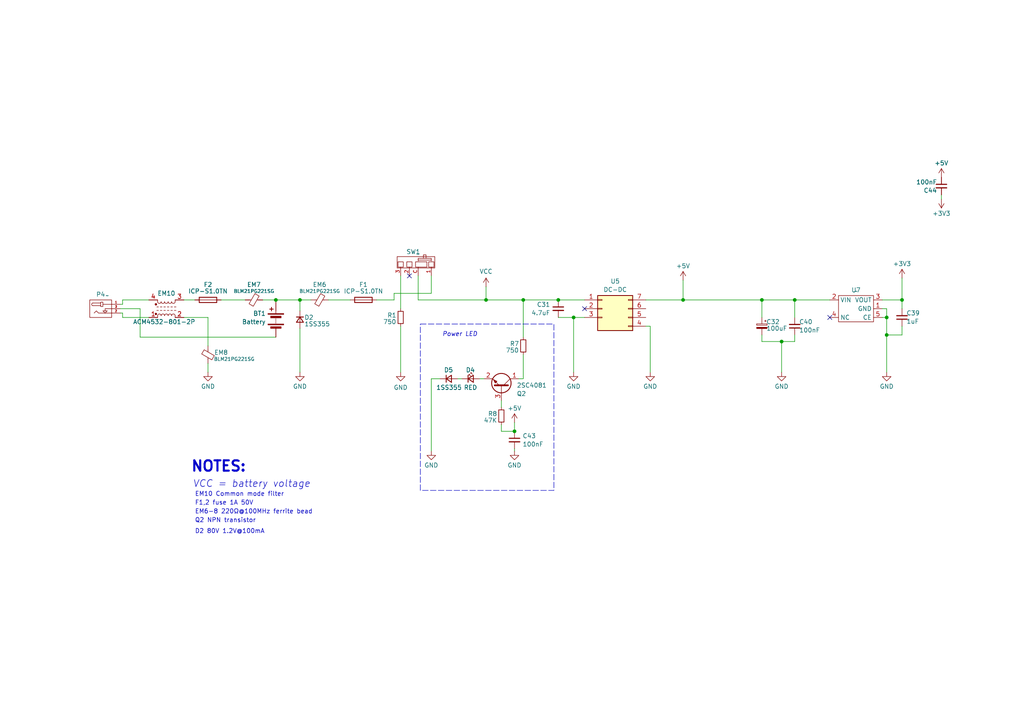
<source format=kicad_sch>
(kicad_sch (version 20231120) (generator "eeschema") (generator_version "8.0")
  (paper "A4")
  (title_block (title "CGB Reverse Engineer") (company "NatalieTheNerd.com"))
  (lib_symbols
    (symbol "CGB:DC_Jack"
      (property "Reference" "P" (at 0 1.27 0))
      (symbol "DC_Jack_0_1"
        (rectangle (start -5.08 -1.27) (end 1.27 -6.35))
        (arc (start -4.191 -2.159) (mid -4.5358 -2.54) (end -4.191 -2.921))
        (polyline (pts (xy -1.905 -2.921) (xy -4.191 -2.921)))
        (polyline (pts (xy -1.905 -2.159) (xy -4.191 -2.159)))
        (polyline (pts (xy 1.27 -2.54) (xy -1.27 -2.54)))
        (polyline (pts (xy 1.27 -3.81) (xy -0.635 -3.81) (xy -0.635 -4.445)))
        (polyline (pts (xy 1.27 -5.08) (xy -2.54 -5.08) (xy -3.175 -4.445) (xy -3.81 -5.08)))
        (polyline (pts (xy -1.27 -1.905) (xy -1.27 -3.175) (xy -1.905 -3.175) (xy -1.905 -1.905) (xy -1.27 -1.905)))
        (polyline (pts (xy -0.635 -4.445) (xy -1.27 -4.445) (xy -0.635 -5.08) (xy 0 -4.445) (xy -0.635 -4.445)))
      )
      (symbol "DC_Jack_1_1"
        (pin input line (at 3.81 -2.54 180) (length 2.54) (name "") (number "1"))
        (pin input line (at 3.81 -5.08 180) (length 2.54) (name "") (number "2"))
        (pin input line (at 3.81 -3.81 180) (length 2.54) (name "") (number "3"))
      )
    )
    (symbol "CGB:Power_SW"
      (property "Reference" "SW" (at 0 1.27 0))
      (symbol "Power_SW_0_1"
        (rectangle (start -4.826 -0.762) (end 6.096 -4.064))
        (rectangle (start -4.572 -2.286) (end -3.048 -3.81))
        (rectangle (start -2.54 -2.286) (end 0.762 -3.81))
        (polyline (pts (xy -3.81 -1.778) (xy 0 -1.778)))
        (polyline (pts (xy -1.524 -1.27) (xy -1.524 -0.254) (xy -2.286 -0.254) (xy -2.286 -1.27)))
        (polyline (pts (xy 0 -2.032) (xy 0 -1.27) (xy -3.81 -1.27) (xy -3.81 -2.032)))
        (rectangle (start 1.778 -2.286) (end 3.302 -3.81))
        (rectangle (start 4.318 -2.286) (end 5.842 -3.81))
      )
      (symbol "Power_SW_1_1"
        (pin input line (at -3.81 -6.35 90) (length 2.54) (name "") (number "1"))
        (pin input line (at 2.54 -6.35 90) (length 2.54) (name "") (number "2"))
        (pin input line (at 5.08 -6.35 90) (length 2.54) (name "") (number "3"))
        (pin input line (at 0 -6.35 90) (length 2.54) (name "") (number "C"))
      )
    )
    (symbol "CGB:RN5RT33A"
      (property "Reference" "U" (at 0 1.27 0))
      (symbol "RN5RT33A_0_1"
        (rectangle (start -5.08 -1.27) (end 5.08 -8.89))
      )
      (symbol "RN5RT33A_1_1"
        (pin input line (at 7.62 -5.08 180) (length 2.54) (name "GND") (number "1"))
        (pin input line (at -7.62 -2.54 0) (length 2.54) (name "VIN") (number "2"))
        (pin input line (at 7.62 -2.54 180) (length 2.54) (name "VOUT") (number "3"))
        (pin input line (at -7.62 -7.62 0) (length 2.54) (name "NC") (number "4"))
        (pin input line (at 7.62 -7.62 180) (length 2.54) (name "CE") (number "5"))
      )
    )
    (symbol "Connector_Generic:Conn_2Rows-07Pins" (pin_names (offset 1.016) hide)
      (property "Reference" "U5" (at 0 7.9543 0))
      (property "Value" "DC-DC" (at 0 5.5301 0))
      (symbol "Conn_2Rows-07Pins_1_1"
        (rectangle (start -5.08 -2.413) (end -3.81 -2.667) (stroke (width 0.1524)))
        (rectangle (start -5.08 0.127) (end -3.81 -0.127) (stroke (width 0.1524)))
        (rectangle (start -5.08 2.667) (end -3.81 2.413) (stroke (width 0.1524)))
        (rectangle (start -5.08 3.81) (end 5.08 -6.35) (stroke (width 0.254)) (fill (type background)))
        (rectangle (start 3.81 -2.413) (end 5.08 -2.667) (stroke (width 0.1524)))
        (rectangle (start 5.08 -5.207) (end 3.81 -4.953) (stroke (width 0.1524)))
        (rectangle (start 5.08 0.127) (end 3.81 -0.127) (stroke (width 0.1524)))
        (rectangle (start 5.08 2.667) (end 3.81 2.413) (stroke (width 0.1524)))
        (pin passive line (at -8.89 2.54 0) (length 3.81) (name "Pin_1") (number "1"))
        (pin passive line (at -8.89 0 0) (length 3.81) (name "Pin_2") (number "2"))
        (pin passive line (at -8.89 -2.54 0) (length 3.81) (name "Pin_3") (number "3"))
        (pin passive line (at 8.89 -5.08 180) (length 3.81) (name "Pin_4") (number "4"))
        (pin passive line (at 8.89 -2.54 180) (length 3.81) (name "Pin_5") (number "5"))
        (pin passive line (at 8.89 0 180) (length 3.81) (name "Pin_6") (number "6"))
        (pin passive line (at 8.89 2.54 180) (length 3.81) (name "Pin_7") (number "7"))
      )
    )
    (symbol "Device:Battery" (pin_numbers hide) (pin_names (offset 0) hide)
      (property "Reference" "BT" (at 2.54 2.54 0))
      (property "Value" "Battery" (at 2.54 0 0))
      (symbol "Battery_0_1"
        (rectangle (start -2.286 -1.27) (end 2.286 -1.524) (fill (type outline)))
        (rectangle (start -2.286 1.778) (end 2.286 1.524) (fill (type outline)))
        (rectangle (start -1.524 -2.032) (end 1.524 -2.54) (fill (type outline)))
        (rectangle (start -1.524 1.016) (end 1.524 0.508) (fill (type outline)))
        (polyline (pts (xy 0 -1.016) (xy 0 -0.762)))
        (polyline (pts (xy 0 -0.508) (xy 0 -0.254)))
        (polyline (pts (xy 0 0) (xy 0 0.254)))
        (polyline (pts (xy 0 1.778) (xy 0 2.54)))
        (polyline (pts (xy 0.762 3.048) (xy 1.778 3.048)) (stroke (width 0.254)))
        (polyline (pts (xy 1.27 3.556) (xy 1.27 2.54)) (stroke (width 0.254)))
      )
      (symbol "Battery_1_1"
        (pin passive line (at 0 5.08 270) (length 2.54) (name "+") (number "1"))
        (pin passive line (at 0 -5.08 90) (length 2.54) (name "-") (number "2"))
      )
    )
    (symbol "Device:C_Polarized_Small" (pin_numbers hide) (pin_names (offset 0.254) hide)
      (property "Reference" "C" (at 0.254 1.778 0))
      (property "Value" "C_Polarized_Small" (at 0.254 -2.032 0))
      (symbol "C_Polarized_Small_0_1"
        (rectangle (start -1.524 -0.3048) (end 1.524 -0.6858) (fill (type outline)))
        (rectangle (start -1.524 0.6858) (end 1.524 0.3048))
        (polyline (pts (xy -1.27 1.524) (xy -0.762 1.524)))
        (polyline (pts (xy -1.016 1.27) (xy -1.016 1.778)))
      )
      (symbol "C_Polarized_Small_1_1"
        (pin passive line (at 0 2.54 270) (length 1.8542) (name "~") (number "1"))
        (pin passive line (at 0 -2.54 90) (length 1.8542) (name "~") (number "2"))
      )
    )
    (symbol "Device:C_Small" (pin_numbers hide) (pin_names (offset 0.254) hide)
      (property "Reference" "C" (at 0.254 1.778 0))
      (property "Value" "C_Small" (at 0.254 -2.032 0))
      (symbol "C_Small_0_1"
        (polyline (pts (xy -1.524 -0.508) (xy 1.524 -0.508)) (stroke (width 0.3302)))
        (polyline (pts (xy -1.524 0.508) (xy 1.524 0.508)) (stroke (width 0.3048)))
      )
      (symbol "C_Small_1_1"
        (pin passive line (at 0 2.54 270) (length 2.032) (name "~") (number "1"))
        (pin passive line (at 0 -2.54 90) (length 2.032) (name "~") (number "2"))
      )
    )
    (symbol "Device:D_Small" (pin_numbers hide) (pin_names (offset 0.254) hide)
      (property "Reference" "D" (at -1.27 2.032 0))
      (property "Value" "D_Small" (at -3.81 -2.032 0))
      (symbol "D_Small_0_1"
        (polyline (pts (xy -0.762 -1.016) (xy -0.762 1.016)) (stroke (width 0.254)))
        (polyline (pts (xy -0.762 0) (xy 0.762 0)))
        (polyline (pts (xy 0.762 -1.016) (xy -0.762 0) (xy 0.762 1.016) (xy 0.762 -1.016)) (stroke (width 0.254)))
      )
      (symbol "D_Small_1_1"
        (pin passive line (at -2.54 0 0) (length 1.778) (name "K") (number "1"))
        (pin passive line (at 2.54 0 180) (length 1.778) (name "A") (number "2"))
      )
    )
    (symbol "Device:FerriteBead_Small" (pin_numbers hide) (pin_names (offset 0))
      (property "Reference" "FB" (at 1.905 1.27 0))
      (property "Value" "FerriteBead_Small" (at 1.905 -1.27 0))
      (symbol "FerriteBead_Small_0_1"
        (polyline (pts (xy 0 -1.27) (xy 0 -0.7874)))
        (polyline (pts (xy 0 0.889) (xy 0 1.2954)))
        (polyline (pts (xy -1.8288 0.2794) (xy -1.1176 1.4986) (xy 1.8288 -0.2032) (xy 1.1176 -1.4224) (xy -1.8288 0.2794)))
      )
      (symbol "FerriteBead_Small_1_1"
        (pin passive line (at 0 2.54 270) (length 1.27) (name "~") (number "1"))
        (pin passive line (at 0 -2.54 90) (length 1.27) (name "~") (number "2"))
      )
    )
    (symbol "Device:Fuse" (pin_numbers hide) (pin_names (offset 0))
      (property "Reference" "F" (at 2.032 0 90))
      (property "Value" "Fuse" (at -1.905 0 90))
      (symbol "Fuse_0_1"
        (rectangle (start -0.762 -2.54) (end 0.762 2.54) (stroke (width 0.254)))
        (polyline (pts (xy 0 2.54) (xy 0 -2.54)))
      )
      (symbol "Fuse_1_1"
        (pin passive line (at 0 3.81 270) (length 1.27) (name "~") (number "1"))
        (pin passive line (at 0 -3.81 90) (length 1.27) (name "~") (number "2"))
      )
    )
    (symbol "Device:LED_Small" (pin_numbers hide) (pin_names (offset 0.254) hide)
      (property "Reference" "D" (at -1.27 3.175 0))
      (property "Value" "LED_Small" (at -4.445 -2.54 0))
      (symbol "LED_Small_0_1"
        (polyline (pts (xy -0.762 -1.016) (xy -0.762 1.016)) (stroke (width 0.254)))
        (polyline (pts (xy 1.016 0) (xy -0.762 0)))
        (polyline (pts (xy 0.762 -1.016) (xy -0.762 0) (xy 0.762 1.016) (xy 0.762 -1.016)) (stroke (width 0.254)))
        (polyline (pts (xy 0 0.762) (xy -0.508 1.27) (xy -0.254 1.27) (xy -0.508 1.27) (xy -0.508 1.016)))
        (polyline (pts (xy 0.508 1.27) (xy 0 1.778) (xy 0.254 1.778) (xy 0 1.778) (xy 0 1.524)))
      )
      (symbol "LED_Small_1_1"
        (pin passive line (at -2.54 0 0) (length 1.778) (name "K") (number "1"))
        (pin passive line (at 2.54 0 180) (length 1.778) (name "A") (number "2"))
      )
    )
    (symbol "Device:L_Ferrite_Coupled_1243" (pin_names (offset 0.254) hide)
      (property "Reference" "L" (at 0 4.445 0))
      (property "Value" "L_Ferrite_Coupled_1243" (at 0 -4.445 0))
      (symbol "L_Ferrite_Coupled_1243_0_1"
        (circle (center -3.048 -1.27) (radius 0.254) (fill (type outline)))
        (circle (center -3.048 1.524) (radius 0.254) (fill (type outline)))
        (arc (start -2.54 2.032) (mid -2.032 1.5262) (end -1.524 2.032))
        (arc (start -1.524 -2.032) (mid -2.032 -1.5262) (end -2.54 -2.032))
        (arc (start -1.524 2.032) (mid -1.016 1.5262) (end -0.508 2.032))
        (arc (start -0.508 -2.032) (mid -1.016 -1.5262) (end -1.524 -2.032))
        (arc (start -0.508 2.032) (mid 0 1.5262) (end 0.508 2.032))
        (polyline (pts (xy -2.794 -0.508) (xy -2.286 -0.508)))
        (polyline (pts (xy -2.794 0.508) (xy -2.286 0.508)))
        (polyline (pts (xy -2.54 -2.032) (xy -2.54 -2.54)))
        (polyline (pts (xy -2.54 2.032) (xy -2.54 2.54)))
        (polyline (pts (xy -1.778 -0.508) (xy -1.27 -0.508)))
        (polyline (pts (xy -1.778 0.508) (xy -1.27 0.508)))
        (polyline (pts (xy -0.762 -0.508) (xy -0.254 -0.508)))
        (polyline (pts (xy -0.762 0.508) (xy -0.254 0.508)))
        (polyline (pts (xy 0.254 -0.508) (xy 0.762 -0.508)))
        (polyline (pts (xy 0.254 0.508) (xy 0.762 0.508)))
        (polyline (pts (xy 1.27 -0.508) (xy 1.778 -0.508)))
        (polyline (pts (xy 1.27 0.508) (xy 1.778 0.508)))
        (polyline (pts (xy 2.286 -0.508) (xy 2.794 -0.508)))
        (polyline (pts (xy 2.286 0.508) (xy 2.794 0.508)))
        (polyline (pts (xy 2.54 -2.032) (xy 2.54 -2.54)))
        (polyline (pts (xy 2.54 2.54) (xy 2.54 2.032)))
        (arc (start 0.508 -2.032) (mid 0 -1.5262) (end -0.508 -2.032))
        (arc (start 0.508 2.032) (mid 1.016 1.5262) (end 1.524 2.032))
        (arc (start 1.524 -2.032) (mid 1.016 -1.5262) (end 0.508 -2.032))
        (arc (start 1.524 2.032) (mid 2.032 1.5262) (end 2.54 2.032))
        (arc (start 2.54 -2.032) (mid 2.032 -1.5262) (end 1.524 -2.032))
      )
      (symbol "L_Ferrite_Coupled_1243_1_1"
        (pin passive line (at -5.08 2.54 0) (length 2.54) (name "1") (number "1"))
        (pin passive line (at 5.08 2.54 180) (length 2.54) (name "2") (number "2"))
        (pin passive line (at 5.08 -2.54 180) (length 2.54) (name "3") (number "3"))
        (pin passive line (at -5.08 -2.54 0) (length 2.54) (name "4") (number "4"))
      )
    )
    (symbol "Device:R_Small" (pin_numbers hide) (pin_names (offset 0.254) hide)
      (property "Reference" "R" (at 0.762 0.508 0))
      (property "Value" "R_Small" (at 0.762 -1.016 0))
      (symbol "R_Small_0_1"
        (rectangle (start -0.762 1.778) (end 0.762 -1.778) (stroke (width 0.2032)))
      )
      (symbol "R_Small_1_1"
        (pin passive line (at 0 2.54 270) (length 0.762) (name "~") (number "1"))
        (pin passive line (at 0 -2.54 90) (length 0.762) (name "~") (number "2"))
      )
    )
    (symbol "Transistor_BJT:2N2219" (pin_names (offset 0) hide)
      (property "Reference" "Q2" (at 11.43 -1.27 0))
      (property "Value" "2SC4081" (at 11.43 1.1542 0))
      (symbol "2N2219_0_1"
        (polyline (pts (xy 1.27 -2.54) (xy 1.27 -0.6285)))
        (polyline (pts (xy 1.905 -0.635) (xy 3.81 1.27)))
        (polyline (pts (xy 0.635 -0.635) (xy -1.27 1.27) (xy -1.27 1.27)))
        (polyline (pts (xy 3.175 -0.635) (xy -0.635 -0.635) (xy -0.635 -0.635)) (stroke (width 0.508)))
        (polyline (pts (xy -0.508 0) (xy 0 0.508) (xy -1.016 1.016) (xy -0.508 0) (xy -0.508 0)) (fill (type outline)))
        (circle (center 1.27 0) (radius 2.8194) (stroke (width 0.254)))
      )
      (symbol "2N2219_1_1"
        (pin passive line (at 6.35 1.27 180) (length 2.54) (name "E") (number "1"))
        (pin passive line (at -3.81 1.27 0) (length 2.54) (name "B") (number "2"))
        (pin passive line (at 1.27 -5.08 90) (length 2.54) (name "C") (number "3"))
      )
    )
    (symbol "power:+3V3" (power) (pin_names (offset 0))
      (property "Value" "+3V3" (at 0 3.556 0))
      (symbol "+3V3_0_1"
        (polyline (pts (xy -0.762 1.27) (xy 0 2.54)))
        (polyline (pts (xy 0 0) (xy 0 2.54)))
        (polyline (pts (xy 0 2.54) (xy 0.762 1.27)))
      )
      (symbol "+3V3_1_1"
        (pin power_in line (at 0 0 90) (length 0) hide (name "+3V3") (number "1"))
      )
    )
    (symbol "power:+5V" (power) (pin_names (offset 0))
      (property "Value" "+5V" (at 0 3.556 0))
      (symbol "+5V_0_1"
        (polyline (pts (xy -0.762 1.27) (xy 0 2.54)))
        (polyline (pts (xy 0 0) (xy 0 2.54)))
        (polyline (pts (xy 0 2.54) (xy 0.762 1.27)))
      )
      (symbol "+5V_1_1"
        (pin power_in line (at 0 0 90) (length 0) hide (name "+5V") (number "1"))
      )
    )
    (symbol "power:GND" (power) (pin_names (offset 0))
      (property "Value" "GND" (at 0 -3.81 0))
      (symbol "GND_0_1"
        (polyline (pts (xy 0 0) (xy 0 -1.27) (xy 1.27 -1.27) (xy 0 -2.54) (xy -1.27 -1.27) (xy 0 -1.27)))
      )
      (symbol "GND_1_1"
        (pin power_in line (at 0 0 270) (length 0) hide (name "GND") (number "1"))
      )
    )
    (symbol "power:VCC" (power) (pin_names (offset 0))
      (property "Value" "VCC" (at 0 3.81 0))
      (symbol "VCC_0_1"
        (polyline (pts (xy -0.762 1.27) (xy 0 2.54)))
        (polyline (pts (xy 0 0) (xy 0 2.54)))
        (polyline (pts (xy 0 2.54) (xy 0.762 1.27)))
      )
      (symbol "VCC_1_1"
        (pin power_in line (at 0 0 90) (length 0) hide (name "VCC") (number "1"))
      )
    )
  )
  (junction (at 140.97 86.995))
  (junction (at 226.695 99.06))
  (junction (at 230.505 86.995))
  (junction (at 86.995 86.995))
  (junction (at 149.225 125.095))
  (junction (at 161.925 86.995))
  (junction (at 198.12 86.995))
  (junction (at 151.765 86.995))
  (junction (at 257.175 97.155))
  (junction (at 80.01 86.995))
  (junction (at 166.37 92.075))
  (junction (at 220.98 86.995))
  (junction (at 257.175 92.075))
  (junction (at 261.62 86.995))
  (no_connect (at 240.665 92.075))
  (no_connect (at 169.545 89.535))
  (no_connect (at 118.745 80.01))
  (wire (pts (xy 188.595 94.615) (xy 188.595 107.95)))
  (wire (pts (xy 121.285 80.01) (xy 121.285 86.995)))
  (wire (pts (xy 220.98 97.155) (xy 220.98 99.06)))
  (wire (pts (xy 64.135 86.995) (xy 71.12 86.995)))
  (wire (pts (xy 121.285 86.995) (xy 140.97 86.995)))
  (wire (pts (xy 35.56 86.995) (xy 43.18 86.995)))
  (wire (pts (xy 151.765 86.995) (xy 151.765 97.79)))
  (wire (pts (xy 230.505 86.995) (xy 240.665 86.995)))
  (wire (pts (xy 114.3 86.995) (xy 109.22 86.995)))
  (wire (pts (xy 80.01 86.995) (xy 86.995 86.995)))
  (wire (pts (xy 125.095 80.01) (xy 125.095 85.09)))
  (wire (pts (xy 125.095 109.855) (xy 127.635 109.855)))
  (wire (pts (xy 125.095 130.81) (xy 125.095 109.855)))
  (wire (pts (xy 220.98 86.995) (xy 220.98 92.075)))
  (wire (pts (xy 220.98 86.995) (xy 230.505 86.995)))
  (wire (pts (xy 60.325 105.41) (xy 60.325 107.95)))
  (wire (pts (xy 149.225 125.095) (xy 145.415 125.095)))
  (wire (pts (xy 76.2 86.995) (xy 80.01 86.995)))
  (wire (pts (xy 151.765 86.995) (xy 161.925 86.995)))
  (wire (pts (xy 257.175 107.95) (xy 257.175 97.155)))
  (wire (pts (xy 151.765 109.855) (xy 150.495 109.855)))
  (wire (pts (xy 116.205 107.95) (xy 116.205 94.615)))
  (wire (pts (xy 161.925 86.995) (xy 169.545 86.995)))
  (wire (pts (xy 114.3 85.09) (xy 114.3 86.995)))
  (wire (pts (xy 166.37 92.075) (xy 166.37 107.95)))
  (wire (pts (xy 261.62 97.155) (xy 257.175 97.155)))
  (wire (pts (xy 257.175 89.535) (xy 255.905 89.535)))
  (wire (pts (xy 35.56 92.075) (xy 35.56 90.805)))
  (wire (pts (xy 35.56 90.805) (xy 34.925 90.805)))
  (wire (pts (xy 86.995 86.995) (xy 90.17 86.995)))
  (wire (pts (xy 230.505 99.06) (xy 230.505 97.155)))
  (wire (pts (xy 226.695 107.95) (xy 226.695 99.06)))
  (wire (pts (xy 145.415 116.205) (xy 145.415 118.11)))
  (wire (pts (xy 261.62 94.615) (xy 261.62 97.155)))
  (wire (pts (xy 140.97 86.995) (xy 151.765 86.995)))
  (wire (pts (xy 226.695 99.06) (xy 230.505 99.06)))
  (wire (pts (xy 161.925 92.075) (xy 166.37 92.075)))
  (wire (pts (xy 198.12 81.28) (xy 198.12 86.995)))
  (wire (pts (xy 188.595 94.615) (xy 187.325 94.615)))
  (wire (pts (xy 261.62 86.995) (xy 261.62 89.535)))
  (wire (pts (xy 35.56 88.265) (xy 35.56 86.995)))
  (wire (pts (xy 40.64 97.79) (xy 80.01 97.79)))
  (wire (pts (xy 149.225 130.81) (xy 149.225 130.175)))
  (wire (pts (xy 187.325 86.995) (xy 198.12 86.995)))
  (wire (pts (xy 34.925 88.265) (xy 35.56 88.265)))
  (wire (pts (xy 145.415 125.095) (xy 145.415 123.19)))
  (wire (pts (xy 116.205 89.535) (xy 116.205 80.01)))
  (wire (pts (xy 60.325 92.075) (xy 53.34 92.075)))
  (wire (pts (xy 56.515 86.995) (xy 53.34 86.995)))
  (wire (pts (xy 132.715 109.855) (xy 133.985 109.855)))
  (wire (pts (xy 140.97 83.185) (xy 140.97 86.995)))
  (wire (pts (xy 40.64 89.535) (xy 40.64 97.79)))
  (wire (pts (xy 149.225 122.555) (xy 149.225 125.095)))
  (wire (pts (xy 86.995 95.25) (xy 86.995 107.95)))
  (wire (pts (xy 34.925 89.535) (xy 40.64 89.535)))
  (wire (pts (xy 60.325 100.33) (xy 60.325 92.075)))
  (wire (pts (xy 166.37 92.075) (xy 169.545 92.075)))
  (wire (pts (xy 95.25 86.995) (xy 101.6 86.995)))
  (wire (pts (xy 151.765 102.87) (xy 151.765 109.855)))
  (wire (pts (xy 255.905 86.995) (xy 261.62 86.995)))
  (wire (pts (xy 86.995 90.17) (xy 86.995 86.995)))
  (wire (pts (xy 257.175 92.075) (xy 257.175 89.535)))
  (wire (pts (xy 114.3 85.09) (xy 125.095 85.09)))
  (wire (pts (xy 230.505 92.075) (xy 230.505 86.995)))
  (wire (pts (xy 261.62 80.645) (xy 261.62 86.995)))
  (wire (pts (xy 80.01 86.995) (xy 80.01 87.63)))
  (wire (pts (xy 43.18 92.075) (xy 35.56 92.075)))
  (wire (pts (xy 257.175 97.155) (xy 257.175 92.075)))
  (wire (pts (xy 198.12 86.995) (xy 220.98 86.995)))
  (wire (pts (xy 139.065 109.855) (xy 140.335 109.855)))
  (wire (pts (xy 220.98 99.06) (xy 226.695 99.06)))
  (wire (pts (xy 273.05 57.785) (xy 273.05 56.515)))
  (wire (pts (xy 255.905 92.075) (xy 257.175 92.075)))
  (rectangle (start 121.92 93.98) (end 160.655 142.24) (stroke (width 0) (type dash)))
  (text "NOTES:" (at 55.245 137.16 0) (effects (font (size 3 3) (thickness 0.6) (bold yes)) (justify left bottom)))
  (text "D2 80V 1.2V@100mA" (at 56.515 154.94 0) (effects (font (size 1.27 1.27)) (justify left bottom)))
  (text "EM6-8 220Ω@100MHz ferrite bead" (at 56.515 149.225 0) (effects (font (size 1.27 1.27)) (justify left bottom)))
  (text "EM10 Common mode filter " (at 56.515 144.145 0) (effects (font (size 1.27 1.27)) (justify left bottom)))
  (text "F1,2 fuse 1A 50V " (at 56.515 146.685 0) (effects (font (size 1.27 1.27)) (justify left bottom)))
  (text "Power LED\n" (at 128.27 97.79 0) (effects (font (size 1.27 1.27) (italic yes)) (justify left bottom)))
  (text "Q2 NPN transistor" (at 56.515 151.765 0) (effects (font (size 1.27 1.27)) (justify left bottom)))
  (text "VCC = battery voltage" (at 55.88 141.605 0) (effects (font (size 2 2) (italic yes)) (justify left bottom)))
  (symbol (lib_id "Device:D_Small") (at 130.175 109.855 0) (unit 1)
    (property "Reference" "D5" (at 131.445 107.315 0) (effects (justify right)))
    (property "Value" "1SS355" (at 133.985 112.395 0) (effects (justify right)))
    (property "Footprint" "Diode_SMD:D_SOD-323_HandSoldering" (effects (hide yes)))
    (property "Sim.Device" "D" (effects (hide yes)))
    (property "Sim.Pins" "1=K 2=A" (effects (hide yes)))
  )
  (symbol (lib_id "power:+3V3") (at 273.05 57.785 180) (unit 1)
    (property "Reference" "#PWR065" (effects (hide yes)))
    (property "Value" "+3V3" (at 273.05 61.9181 0))
  )
  (symbol (lib_id "Device:D_Small") (at 86.995 92.71 270) (unit 1)
    (property "Reference" "D2" (at 88.265 92.075 90) (effects (justify left)))
    (property "Value" "1SS355" (at 88.265 93.98 90) (effects (justify left)))
    (property "Footprint" "Diode_SMD:D_SOD-323_HandSoldering" (effects (hide yes)))
    (property "Sim.Device" "D" (effects (hide yes)))
    (property "Sim.Pins" "1=K 2=A" (effects (hide yes)))
  )
  (symbol (lib_id "CGB:Power_SW") (at 121.285 73.66 0) (mirror y) (unit 1)
    (property "Reference" "SW1" (at 121.92 73.025 0) (effects (justify left)))
    (property "Value" "~" (at 121.285 73.66 0))
    (property "Footprint" "CGB:Switch CGB" (effects (hide yes)))
  )
  (symbol (lib_id "power:GND") (at 125.095 130.81 0) (unit 1)
    (property "Reference" "#PWR045" (effects (hide yes)))
    (property "Value" "GND" (at 125.095 134.9431 0))
  )
  (symbol (lib_id "CGB:DC_Jack") (at 31.115 85.725 0) (unit 1)
    (property "Reference" "P4" (at 29.21 85.4019 0))
    (property "Value" "~" (at 31.115 85.725 0))
    (property "Footprint" "POCO:DCJACK" (effects (hide yes)))
  )
  (symbol (lib_id "Device:C_Polarized_Small") (at 220.98 94.615 0) (mirror y) (unit 1)
    (property "Reference" "C32" (at 222.25 93.345 0) (effects (justify right)))
    (property "Value" "100uF" (at 222.25 95.25 0) (effects (justify right)))
    (property "Footprint" "Capacitor_SMD:CP_Elec_6.3x5.4" (effects (hide yes)))
  )
  (symbol (lib_id "Device:Battery") (at 80.01 92.71 0) (mirror y) (unit 1)
    (property "Reference" "BT1" (at 77.089 90.9264 0) (effects (justify left)))
    (property "Value" "Battery" (at 77.089 93.3506 0) (effects (justify left)))
    (property "Footprint" "CGB:Battery CGB" (effects (hide yes)))
  )
  (symbol (lib_id "Device:FerriteBead_Small") (at 60.325 102.87 180) (unit 1)
    (property "Reference" "EM8" (at 64.135 102.235 0))
    (property "Value" "BLM21PG221SG" (at 67.945 104.14 0) (effects (font (size 1 1))))
    (property "Footprint" "Resistor_SMD:R_0805_2012Metric" (effects (hide yes)))
  )
  (symbol (lib_id "power:GND") (at 166.37 107.95 0) (unit 1)
    (property "Reference" "#PWR049" (effects (hide yes)))
    (property "Value" "GND" (at 166.37 112.0831 0))
  )
  (symbol (lib_id "Connector_Generic:Conn_2Rows-07Pins") (at 178.435 89.535 0) (unit 1)
    (property "Reference" "U5" (at 178.435 81.5807 0))
    (property "Value" "DC-DC" (at 178.435 84.0049 0))
    (property "Footprint" "POCO:DC" (effects (hide yes)))
  )
  (symbol (lib_id "Device:R_Small") (at 145.415 120.65 180) (unit 1)
    (property "Reference" "R8" (at 142.875 120.015 0))
    (property "Value" "47K" (at 142.24 121.92 0))
    (property "Footprint" "Resistor_SMD:R_0603_1608Metric" (effects (hide yes)))
  )
  (symbol (lib_id "Device:Fuse") (at 60.325 86.995 90) (unit 1)
    (property "Reference" "F2" (at 60.325 82.55 90))
    (property "Value" "ICP-S1.0TN" (at 60.325 84.455 90))
    (property "Footprint" "Fuse:Fuse_1206_3216Metric_Pad1.42x1.75mm_HandSolder" (effects (hide yes)))
  )
  (symbol (lib_id "power:+3V3") (at 261.62 80.645 0) (unit 1)
    (property "Reference" "#PWR043" (effects (hide yes)))
    (property "Value" "+3V3" (at 261.62 76.5119 0))
  )
  (symbol (lib_id "power:+5V") (at 149.225 122.555 0) (unit 1)
    (property "Reference" "#PWR046" (effects (hide yes)))
    (property "Value" "+5V" (at 149.225 118.4219 0))
  )
  (symbol (lib_id "Device:C_Small") (at 261.62 92.075 180) (unit 1)
    (property "Reference" "C39" (at 262.89 90.805 0) (effects (justify right)))
    (property "Value" "1uF" (at 262.89 93.2292 0) (effects (justify right)))
    (property "Footprint" "Capacitor_SMD:C_0603_1608Metric" (effects (hide yes)))
  )
  (symbol (lib_id "power:+5V") (at 273.05 51.435 0) (unit 1)
    (property "Reference" "#PWR066" (effects (hide yes)))
    (property "Value" "+5V" (at 273.05 47.3019 0))
  )
  (symbol (lib_id "Device:C_Small") (at 149.225 127.635 0) (unit 1)
    (property "Reference" "C43" (at 151.5491 126.4292 0) (effects (justify left)))
    (property "Value" "100nF" (at 151.5491 128.8534 0) (effects (justify left)))
    (property "Footprint" "Capacitor_SMD:C_0603_1608Metric" (effects (hide yes)))
  )
  (symbol (lib_id "Device:Fuse") (at 105.41 86.995 90) (unit 1)
    (property "Reference" "F1" (at 105.41 82.55 90))
    (property "Value" "ICP-S1.0TN" (at 105.41 84.455 90))
    (property "Footprint" "Fuse:Fuse_1206_3216Metric_Pad1.42x1.75mm_HandSolder" (effects (hide yes)))
  )
  (symbol (lib_id "Device:R_Small") (at 151.765 100.33 180) (unit 1)
    (property "Reference" "R7" (at 149.225 99.695 0))
    (property "Value" "750" (at 148.59 101.6 0))
    (property "Footprint" "Resistor_SMD:R_0603_1608Metric" (effects (hide yes)))
  )
  (symbol (lib_id "power:+5V") (at 198.12 81.28 0) (unit 1)
    (property "Reference" "#PWR052" (effects (hide yes)))
    (property "Value" "+5V" (at 198.12 77.1469 0))
  )
  (symbol (lib_id "power:GND") (at 86.995 107.95 0) (unit 1)
    (property "Reference" "#PWR057" (effects (hide yes)))
    (property "Value" "GND" (at 86.995 112.0831 0))
  )
  (symbol (lib_id "power:VCC") (at 140.97 83.185 0) (unit 1)
    (property "Reference" "#PWR044" (effects (hide yes)))
    (property "Value" "VCC" (at 140.97 78.74 0))
  )
  (symbol (lib_id "power:GND") (at 226.695 107.95 0) (unit 1)
    (property "Reference" "#PWR056" (effects (hide yes)))
    (property "Value" "GND" (at 226.695 112.0831 0))
  )
  (symbol (lib_id "power:GND") (at 116.205 107.95 0) (unit 1)
    (property "Reference" "#PWR051" (effects (hide yes)))
    (property "Value" "GND" (at 116.205 112.395 0))
  )
  (symbol (lib_id "Device:FerriteBead_Small") (at 92.71 86.995 270) (unit 1)
    (property "Reference" "EM6" (at 92.71 82.55 90))
    (property "Value" "BLM21PG221SG" (at 92.71 84.455 90) (effects (font (size 1 1))))
    (property "Footprint" "Resistor_SMD:R_0805_2012Metric" (effects (hide yes)))
  )
  (symbol (lib_id "Device:R_Small") (at 116.205 92.075 180) (unit 1)
    (property "Reference" "R1" (at 113.665 91.44 0))
    (property "Value" "750" (at 113.03 93.345 0))
    (property "Footprint" "Resistor_SMD:R_0603_1608Metric" (effects (hide yes)))
  )
  (symbol (lib_id "Device:L_Ferrite_Coupled_1243") (at 48.26 89.535 0) (mirror x) (unit 1)
    (property "Reference" "EM10" (at 48.26 85.09 0))
    (property "Value" "ACM4532-801-2P" (at 47.625 93.345 0))
    (property "Footprint" "Crystal:Crystal_SMD_EuroQuartz_MJ-4Pin_5.0x3.2mm" (effects (hide yes)))
  )
  (symbol (lib_id "power:GND") (at 60.325 107.95 0) (unit 1)
    (property "Reference" "#PWR058" (effects (hide yes)))
    (property "Value" "GND" (at 60.325 112.0831 0))
  )
  (symbol (lib_id "power:GND") (at 188.595 107.95 0) (unit 1)
    (property "Reference" "#PWR050" (effects (hide yes)))
    (property "Value" "GND" (at 188.595 112.0831 0))
  )
  (symbol (lib_id "Device:FerriteBead_Small") (at 73.66 86.995 270) (unit 1)
    (property "Reference" "EM7" (at 73.66 82.55 90))
    (property "Value" "BLM21PG221SG" (at 73.66 84.455 90) (effects (font (size 1 1))))
    (property "Footprint" "Resistor_SMD:R_0805_2012Metric" (effects (hide yes)))
  )
  (symbol (lib_id "Device:LED_Small") (at 136.525 109.855 0) (unit 1)
    (property "Reference" "D4" (at 137.795 107.315 0) (effects (justify right)))
    (property "Value" "RED" (at 138.43 112.395 0) (effects (justify right)))
    (property "Footprint" "LED_THT:LED_D3.0mm" (effects (hide yes)))
  )
  (symbol (lib_id "Transistor_BJT:2N2219") (at 144.145 111.125 0) (unit 1)
    (property "Reference" "Q2" (at 149.86 114.1842 0) (effects (justify left)))
    (property "Value" "2SC4081" (at 149.86 111.76 0) (effects (justify left)))
    (property "Footprint" "Package_TO_SOT_SMD:SOT-323_SC-70" (effects (hide yes)))
    (property "Datasheet" "http://www.onsemi.com/pub_link/Collateral/2N2219-D.PDF" (effects (hide yes)))
  )
  (symbol (lib_id "power:GND") (at 257.175 107.95 0) (unit 1)
    (property "Reference" "#PWR055" (effects (hide yes)))
    (property "Value" "GND" (at 257.175 112.0831 0))
  )
  (symbol (lib_id "Device:C_Small") (at 230.505 94.615 180) (unit 1)
    (property "Reference" "C40" (at 231.775 93.345 0) (effects (justify right)))
    (property "Value" "100nF" (at 231.775 95.7692 0) (effects (justify right)))
    (property "Footprint" "Capacitor_SMD:C_0603_1608Metric" (effects (hide yes)))
  )
  (symbol (lib_id "Device:C_Small") (at 273.05 53.975 0) (unit 1)
    (property "Reference" "C44" (at 271.78 55.245 0) (effects (justify right)))
    (property "Value" "100nF" (at 271.78 52.8208 0) (effects (justify right)))
    (property "Footprint" "Capacitor_SMD:C_0603_1608Metric" (effects (hide yes)))
  )
  (symbol (lib_id "Device:C_Small") (at 161.925 89.535 0) (mirror y) (unit 1)
    (property "Reference" "C31" (at 159.6009 88.3292 0) (effects (justify left)))
    (property "Value" "4.7uF" (at 159.6009 90.7534 0) (effects (justify left)))
    (property "Footprint" "Capacitor_SMD:C_0603_1608Metric" (effects (hide yes)))
  )
  (symbol (lib_id "power:GND") (at 149.225 130.81 0) (unit 1)
    (property "Reference" "#PWR048" (effects (hide yes)))
    (property "Value" "GND" (at 149.225 134.9431 0))
  )
  (symbol (lib_id "CGB:RN5RT33A") (at 248.285 84.455 0) (unit 1)
    (property "Reference" "U7" (at 248.285 84.1319 0))
    (property "Value" "~" (at 248.285 84.455 0))
    (property "Footprint" "Package_TO_SOT_SMD:SOT-23-5" (effects (hide yes)))
  )
)
</source>
